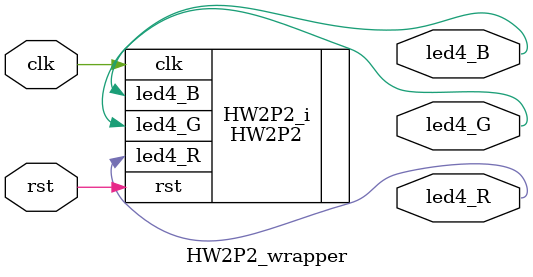
<source format=v>
`timescale 1 ps / 1 ps

module HW2P2_wrapper
   (clk,
    led4_B,
    led4_G,
    led4_R,
    rst);
  input clk;
  output [0:0]led4_B;
  output [0:0]led4_G;
  output [0:0]led4_R;
  input rst;

  wire clk;
  wire [0:0]led4_B;
  wire [0:0]led4_G;
  wire [0:0]led4_R;
  wire rst;

  HW2P2 HW2P2_i
       (.clk(clk),
        .led4_B(led4_B),
        .led4_G(led4_G),
        .led4_R(led4_R),
        .rst(rst));
endmodule

</source>
